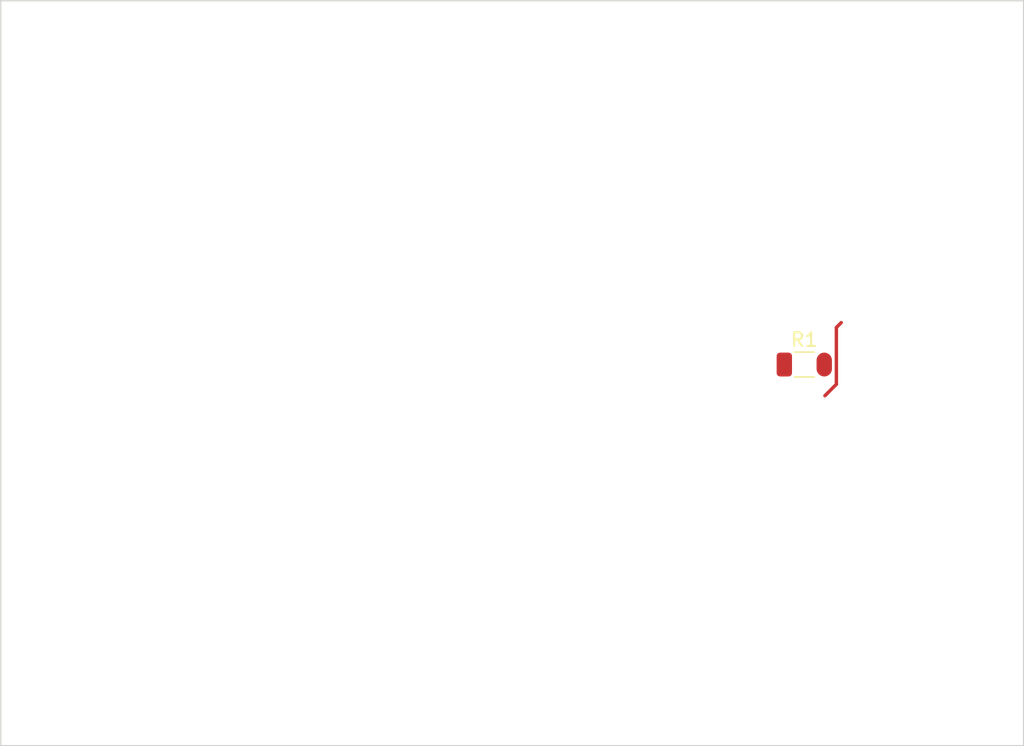
<source format=kicad_pcb>
(kicad_pcb (version 20231231) (generator "pcbnew") (generator_version "7.99")
  (layers (0 "F.Cu" signal) (31 "B.Cu" signal) (34 "B.Paste" user) (35 "F.Paste" user) (36 "B.SilkS" user "B.Silkscreen") (37 "F.SilkS" user "F.Silkscreen") (38 "B.Mask" user) (39 "F.Mask" user) (44 "Edge.Cuts" user))
  (net 0 "")
  (net 1 "VCC")
  (net 2 "GND")
  (footprint "Resistor_SMD:R_1206_3216Metric" (layer "F.Cu") (at 151.5725 89.535)
    (property "Reference" "R1" (at 0 -1.82 0) (layer "F.SilkS"))
    (property "Value" "R")
    (fp_line (start -0.727064 -0.91) (end 0.727064 -0.91) (stroke (width 0.12)) (layer "F.SilkS"))
    (fp_line (start -0.727064 0.91) (end 0.727064 0.91) (stroke (width 0.12)) (layer "F.SilkS"))
    (pad "1" smd roundrect (at -1.4625 0) (size 1.125 1.75) (layers "F.Cu" "F.Paste" "F.Mask") (roundrect_rratio 0.222222) (net 1 "VCC"))
    (pad "2" smd oval (at 1.4625 0) (size 1.125 1.75) (layers "F.Cu" "F.Paste" "F.Mask") (net 2 "GND"))
  )
  (gr_rect (start 92.71 62.865) (end 167.64 117.475) (stroke (width 0.1)) (fill none) (layer "Edge.Cuts"))
  (segment (start 153.9225 90.9843) (end 153.9225 86.8187) (width 0.25) (layer "F.Cu") (net 0))
  (segment (start 153.9225 86.8187) (end 154.2796 86.4616) (width 0.25) (layer "F.Cu") (net 0))
  (segment (start 153.0858 91.821) (end 153.9225 90.9843) (width 0.25) (layer "F.Cu") (net 0))
)
</source>
